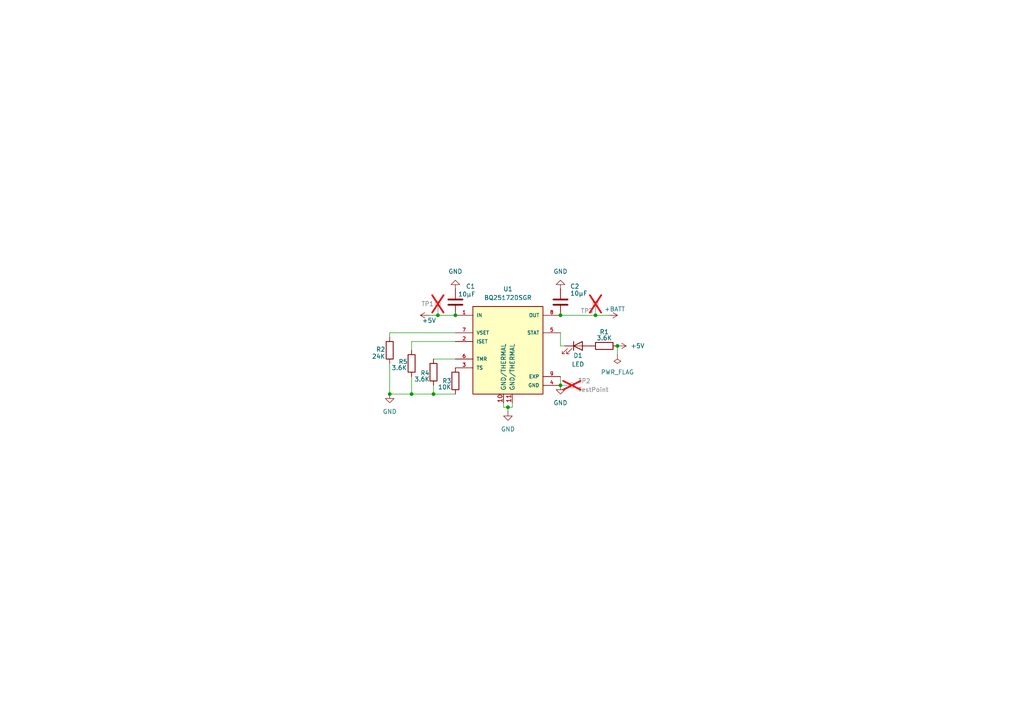
<source format=kicad_sch>
(kicad_sch
	(version 20231120)
	(generator "eeschema")
	(generator_version "8.0")
	(uuid "08c36320-95fa-4031-a13b-eb8c8573a347")
	(paper "A4")
	(lib_symbols
		(symbol "BQ25172DSGR:BQ25172DSGR"
			(pin_names
				(offset 1.016)
			)
			(exclude_from_sim no)
			(in_bom yes)
			(on_board yes)
			(property "Reference" "U1"
				(at 0 17.78 0)
				(effects
					(font
						(size 1.27 1.27)
					)
				)
			)
			(property "Value" "BQ25172DSGR"
				(at 0 15.24 0)
				(effects
					(font
						(size 1.27 1.27)
					)
				)
			)
			(property "Footprint" "BQ25172DSGR:IC_BQ25172DSGR"
				(at 0 0 0)
				(effects
					(font
						(size 1.27 1.27)
					)
					(justify bottom)
					(hide yes)
				)
			)
			(property "Datasheet" ""
				(at 0 0 0)
				(effects
					(font
						(size 1.27 1.27)
					)
					(hide yes)
				)
			)
			(property "Description" ""
				(at 0 0 0)
				(effects
					(font
						(size 1.27 1.27)
					)
					(hide yes)
				)
			)
			(property "PARTREV" "June 2022"
				(at 0 0 0)
				(effects
					(font
						(size 1.27 1.27)
					)
					(justify bottom)
					(hide yes)
				)
			)
			(property "STANDARD" "Manufacturer Recommendations"
				(at 0 0 0)
				(effects
					(font
						(size 1.27 1.27)
					)
					(justify bottom)
					(hide yes)
				)
			)
			(property "MAXIMUM_PACKAGE_HEIGHT" "0.8mm"
				(at 0 0 0)
				(effects
					(font
						(size 1.27 1.27)
					)
					(justify bottom)
					(hide yes)
				)
			)
			(property "MANUFACTURER" "Texas Instruments"
				(at 0 0 0)
				(effects
					(font
						(size 1.27 1.27)
					)
					(justify bottom)
					(hide yes)
				)
			)
			(symbol "BQ25172DSGR_0_0"
				(rectangle
					(start -10.16 -12.7)
					(end 10.16 12.7)
					(stroke
						(width 0.254)
						(type default)
					)
					(fill
						(type background)
					)
				)
				(pin input line
					(at -15.24 10.16 0)
					(length 5.08)
					(name "IN"
						(effects
							(font
								(size 1.016 1.016)
							)
						)
					)
					(number "1"
						(effects
							(font
								(size 1.016 1.016)
							)
						)
					)
				)
				(pin input line
					(at -15.24 2.54 0)
					(length 5.08)
					(name "ISET"
						(effects
							(font
								(size 1.016 1.016)
							)
						)
					)
					(number "2"
						(effects
							(font
								(size 1.016 1.016)
							)
						)
					)
				)
				(pin input line
					(at -15.24 -5.08 0)
					(length 5.08)
					(name "TS"
						(effects
							(font
								(size 1.016 1.016)
							)
						)
					)
					(number "3"
						(effects
							(font
								(size 1.016 1.016)
							)
						)
					)
				)
				(pin power_in line
					(at 15.24 -10.16 180)
					(length 5.08)
					(name "GND"
						(effects
							(font
								(size 1.016 1.016)
							)
						)
					)
					(number "4"
						(effects
							(font
								(size 1.016 1.016)
							)
						)
					)
				)
				(pin output line
					(at 15.24 5.08 180)
					(length 5.08)
					(name "STAT"
						(effects
							(font
								(size 1.016 1.016)
							)
						)
					)
					(number "5"
						(effects
							(font
								(size 1.016 1.016)
							)
						)
					)
				)
				(pin input line
					(at -15.24 -2.54 0)
					(length 5.08)
					(name "TMR"
						(effects
							(font
								(size 1.016 1.016)
							)
						)
					)
					(number "6"
						(effects
							(font
								(size 1.016 1.016)
							)
						)
					)
				)
				(pin input line
					(at -15.24 5.08 0)
					(length 5.08)
					(name "VSET"
						(effects
							(font
								(size 1.016 1.016)
							)
						)
					)
					(number "7"
						(effects
							(font
								(size 1.016 1.016)
							)
						)
					)
				)
				(pin output line
					(at 15.24 10.16 180)
					(length 5.08)
					(name "OUT"
						(effects
							(font
								(size 1.016 1.016)
							)
						)
					)
					(number "8"
						(effects
							(font
								(size 1.016 1.016)
							)
						)
					)
				)
				(pin power_in line
					(at 15.24 -7.62 180)
					(length 5.08)
					(name "EXP"
						(effects
							(font
								(size 1.016 1.016)
							)
						)
					)
					(number "9"
						(effects
							(font
								(size 1.016 1.016)
							)
						)
					)
				)
			)
			(symbol "BQ25172DSGR_1_1"
				(pin unspecified line
					(at -1.27 -15.24 90)
					(length 2.54)
					(name "GND/THERMAL"
						(effects
							(font
								(size 1.27 1.27)
							)
						)
					)
					(number "10"
						(effects
							(font
								(size 1.27 1.27)
							)
						)
					)
				)
				(pin unspecified line
					(at 1.27 -15.24 90)
					(length 2.54)
					(name "GND/THERMAL"
						(effects
							(font
								(size 1.27 1.27)
							)
						)
					)
					(number "11"
						(effects
							(font
								(size 1.27 1.27)
							)
						)
					)
				)
			)
		)
		(symbol "Connector:TestPoint"
			(pin_numbers hide)
			(pin_names
				(offset 0.762) hide)
			(exclude_from_sim no)
			(in_bom yes)
			(on_board yes)
			(property "Reference" "TP"
				(at 0 6.858 0)
				(effects
					(font
						(size 1.27 1.27)
					)
				)
			)
			(property "Value" "TestPoint"
				(at 0 5.08 0)
				(effects
					(font
						(size 1.27 1.27)
					)
				)
			)
			(property "Footprint" ""
				(at 5.08 0 0)
				(effects
					(font
						(size 1.27 1.27)
					)
					(hide yes)
				)
			)
			(property "Datasheet" "~"
				(at 5.08 0 0)
				(effects
					(font
						(size 1.27 1.27)
					)
					(hide yes)
				)
			)
			(property "Description" "test point"
				(at 0 0 0)
				(effects
					(font
						(size 1.27 1.27)
					)
					(hide yes)
				)
			)
			(property "ki_keywords" "test point tp"
				(at 0 0 0)
				(effects
					(font
						(size 1.27 1.27)
					)
					(hide yes)
				)
			)
			(property "ki_fp_filters" "Pin* Test*"
				(at 0 0 0)
				(effects
					(font
						(size 1.27 1.27)
					)
					(hide yes)
				)
			)
			(symbol "TestPoint_0_1"
				(circle
					(center 0 3.302)
					(radius 0.762)
					(stroke
						(width 0)
						(type default)
					)
					(fill
						(type none)
					)
				)
			)
			(symbol "TestPoint_1_1"
				(pin passive line
					(at 0 0 90)
					(length 2.54)
					(name "1"
						(effects
							(font
								(size 1.27 1.27)
							)
						)
					)
					(number "1"
						(effects
							(font
								(size 1.27 1.27)
							)
						)
					)
				)
			)
		)
		(symbol "Device:C"
			(pin_numbers hide)
			(pin_names
				(offset 0.254)
			)
			(exclude_from_sim no)
			(in_bom yes)
			(on_board yes)
			(property "Reference" "C"
				(at 0.635 2.54 0)
				(effects
					(font
						(size 1.27 1.27)
					)
					(justify left)
				)
			)
			(property "Value" "C"
				(at 0.635 -2.54 0)
				(effects
					(font
						(size 1.27 1.27)
					)
					(justify left)
				)
			)
			(property "Footprint" ""
				(at 0.9652 -3.81 0)
				(effects
					(font
						(size 1.27 1.27)
					)
					(hide yes)
				)
			)
			(property "Datasheet" "~"
				(at 0 0 0)
				(effects
					(font
						(size 1.27 1.27)
					)
					(hide yes)
				)
			)
			(property "Description" "Unpolarized capacitor"
				(at 0 0 0)
				(effects
					(font
						(size 1.27 1.27)
					)
					(hide yes)
				)
			)
			(property "ki_keywords" "cap capacitor"
				(at 0 0 0)
				(effects
					(font
						(size 1.27 1.27)
					)
					(hide yes)
				)
			)
			(property "ki_fp_filters" "C_*"
				(at 0 0 0)
				(effects
					(font
						(size 1.27 1.27)
					)
					(hide yes)
				)
			)
			(symbol "C_0_1"
				(polyline
					(pts
						(xy -2.032 -0.762) (xy 2.032 -0.762)
					)
					(stroke
						(width 0.508)
						(type default)
					)
					(fill
						(type none)
					)
				)
				(polyline
					(pts
						(xy -2.032 0.762) (xy 2.032 0.762)
					)
					(stroke
						(width 0.508)
						(type default)
					)
					(fill
						(type none)
					)
				)
			)
			(symbol "C_1_1"
				(pin passive line
					(at 0 3.81 270)
					(length 2.794)
					(name "~"
						(effects
							(font
								(size 1.27 1.27)
							)
						)
					)
					(number "1"
						(effects
							(font
								(size 1.27 1.27)
							)
						)
					)
				)
				(pin passive line
					(at 0 -3.81 90)
					(length 2.794)
					(name "~"
						(effects
							(font
								(size 1.27 1.27)
							)
						)
					)
					(number "2"
						(effects
							(font
								(size 1.27 1.27)
							)
						)
					)
				)
			)
		)
		(symbol "Device:LED"
			(pin_numbers hide)
			(pin_names
				(offset 1.016) hide)
			(exclude_from_sim no)
			(in_bom yes)
			(on_board yes)
			(property "Reference" "D"
				(at 0 2.54 0)
				(effects
					(font
						(size 1.27 1.27)
					)
				)
			)
			(property "Value" "LED"
				(at 0 -2.54 0)
				(effects
					(font
						(size 1.27 1.27)
					)
				)
			)
			(property "Footprint" ""
				(at 0 0 0)
				(effects
					(font
						(size 1.27 1.27)
					)
					(hide yes)
				)
			)
			(property "Datasheet" "~"
				(at 0 0 0)
				(effects
					(font
						(size 1.27 1.27)
					)
					(hide yes)
				)
			)
			(property "Description" "Light emitting diode"
				(at 0 0 0)
				(effects
					(font
						(size 1.27 1.27)
					)
					(hide yes)
				)
			)
			(property "ki_keywords" "LED diode"
				(at 0 0 0)
				(effects
					(font
						(size 1.27 1.27)
					)
					(hide yes)
				)
			)
			(property "ki_fp_filters" "LED* LED_SMD:* LED_THT:*"
				(at 0 0 0)
				(effects
					(font
						(size 1.27 1.27)
					)
					(hide yes)
				)
			)
			(symbol "LED_0_1"
				(polyline
					(pts
						(xy -1.27 -1.27) (xy -1.27 1.27)
					)
					(stroke
						(width 0.254)
						(type default)
					)
					(fill
						(type none)
					)
				)
				(polyline
					(pts
						(xy -1.27 0) (xy 1.27 0)
					)
					(stroke
						(width 0)
						(type default)
					)
					(fill
						(type none)
					)
				)
				(polyline
					(pts
						(xy 1.27 -1.27) (xy 1.27 1.27) (xy -1.27 0) (xy 1.27 -1.27)
					)
					(stroke
						(width 0.254)
						(type default)
					)
					(fill
						(type none)
					)
				)
				(polyline
					(pts
						(xy -3.048 -0.762) (xy -4.572 -2.286) (xy -3.81 -2.286) (xy -4.572 -2.286) (xy -4.572 -1.524)
					)
					(stroke
						(width 0)
						(type default)
					)
					(fill
						(type none)
					)
				)
				(polyline
					(pts
						(xy -1.778 -0.762) (xy -3.302 -2.286) (xy -2.54 -2.286) (xy -3.302 -2.286) (xy -3.302 -1.524)
					)
					(stroke
						(width 0)
						(type default)
					)
					(fill
						(type none)
					)
				)
			)
			(symbol "LED_1_1"
				(pin passive line
					(at -3.81 0 0)
					(length 2.54)
					(name "K"
						(effects
							(font
								(size 1.27 1.27)
							)
						)
					)
					(number "1"
						(effects
							(font
								(size 1.27 1.27)
							)
						)
					)
				)
				(pin passive line
					(at 3.81 0 180)
					(length 2.54)
					(name "A"
						(effects
							(font
								(size 1.27 1.27)
							)
						)
					)
					(number "2"
						(effects
							(font
								(size 1.27 1.27)
							)
						)
					)
				)
			)
		)
		(symbol "Device:R"
			(pin_numbers hide)
			(pin_names
				(offset 0)
			)
			(exclude_from_sim no)
			(in_bom yes)
			(on_board yes)
			(property "Reference" "R"
				(at 2.032 0 90)
				(effects
					(font
						(size 1.27 1.27)
					)
				)
			)
			(property "Value" "R"
				(at 0 0 90)
				(effects
					(font
						(size 1.27 1.27)
					)
				)
			)
			(property "Footprint" ""
				(at -1.778 0 90)
				(effects
					(font
						(size 1.27 1.27)
					)
					(hide yes)
				)
			)
			(property "Datasheet" "~"
				(at 0 0 0)
				(effects
					(font
						(size 1.27 1.27)
					)
					(hide yes)
				)
			)
			(property "Description" "Resistor"
				(at 0 0 0)
				(effects
					(font
						(size 1.27 1.27)
					)
					(hide yes)
				)
			)
			(property "ki_keywords" "R res resistor"
				(at 0 0 0)
				(effects
					(font
						(size 1.27 1.27)
					)
					(hide yes)
				)
			)
			(property "ki_fp_filters" "R_*"
				(at 0 0 0)
				(effects
					(font
						(size 1.27 1.27)
					)
					(hide yes)
				)
			)
			(symbol "R_0_1"
				(rectangle
					(start -1.016 -2.54)
					(end 1.016 2.54)
					(stroke
						(width 0.254)
						(type default)
					)
					(fill
						(type none)
					)
				)
			)
			(symbol "R_1_1"
				(pin passive line
					(at 0 3.81 270)
					(length 1.27)
					(name "~"
						(effects
							(font
								(size 1.27 1.27)
							)
						)
					)
					(number "1"
						(effects
							(font
								(size 1.27 1.27)
							)
						)
					)
				)
				(pin passive line
					(at 0 -3.81 90)
					(length 1.27)
					(name "~"
						(effects
							(font
								(size 1.27 1.27)
							)
						)
					)
					(number "2"
						(effects
							(font
								(size 1.27 1.27)
							)
						)
					)
				)
			)
		)
		(symbol "power:+5V"
			(power)
			(pin_numbers hide)
			(pin_names
				(offset 0) hide)
			(exclude_from_sim no)
			(in_bom yes)
			(on_board yes)
			(property "Reference" "#PWR"
				(at 0 -3.81 0)
				(effects
					(font
						(size 1.27 1.27)
					)
					(hide yes)
				)
			)
			(property "Value" "+5V"
				(at 0 3.556 0)
				(effects
					(font
						(size 1.27 1.27)
					)
				)
			)
			(property "Footprint" ""
				(at 0 0 0)
				(effects
					(font
						(size 1.27 1.27)
					)
					(hide yes)
				)
			)
			(property "Datasheet" ""
				(at 0 0 0)
				(effects
					(font
						(size 1.27 1.27)
					)
					(hide yes)
				)
			)
			(property "Description" "Power symbol creates a global label with name \"+5V\""
				(at 0 0 0)
				(effects
					(font
						(size 1.27 1.27)
					)
					(hide yes)
				)
			)
			(property "ki_keywords" "global power"
				(at 0 0 0)
				(effects
					(font
						(size 1.27 1.27)
					)
					(hide yes)
				)
			)
			(symbol "+5V_0_1"
				(polyline
					(pts
						(xy -0.762 1.27) (xy 0 2.54)
					)
					(stroke
						(width 0)
						(type default)
					)
					(fill
						(type none)
					)
				)
				(polyline
					(pts
						(xy 0 0) (xy 0 2.54)
					)
					(stroke
						(width 0)
						(type default)
					)
					(fill
						(type none)
					)
				)
				(polyline
					(pts
						(xy 0 2.54) (xy 0.762 1.27)
					)
					(stroke
						(width 0)
						(type default)
					)
					(fill
						(type none)
					)
				)
			)
			(symbol "+5V_1_1"
				(pin power_in line
					(at 0 0 90)
					(length 0)
					(name "~"
						(effects
							(font
								(size 1.27 1.27)
							)
						)
					)
					(number "1"
						(effects
							(font
								(size 1.27 1.27)
							)
						)
					)
				)
			)
		)
		(symbol "power:+BATT"
			(power)
			(pin_numbers hide)
			(pin_names
				(offset 0) hide)
			(exclude_from_sim no)
			(in_bom yes)
			(on_board yes)
			(property "Reference" "#PWR"
				(at 0 -3.81 0)
				(effects
					(font
						(size 1.27 1.27)
					)
					(hide yes)
				)
			)
			(property "Value" "+BATT"
				(at 0 3.556 0)
				(effects
					(font
						(size 1.27 1.27)
					)
				)
			)
			(property "Footprint" ""
				(at 0 0 0)
				(effects
					(font
						(size 1.27 1.27)
					)
					(hide yes)
				)
			)
			(property "Datasheet" ""
				(at 0 0 0)
				(effects
					(font
						(size 1.27 1.27)
					)
					(hide yes)
				)
			)
			(property "Description" "Power symbol creates a global label with name \"+BATT\""
				(at 0 0 0)
				(effects
					(font
						(size 1.27 1.27)
					)
					(hide yes)
				)
			)
			(property "ki_keywords" "global power battery"
				(at 0 0 0)
				(effects
					(font
						(size 1.27 1.27)
					)
					(hide yes)
				)
			)
			(symbol "+BATT_0_1"
				(polyline
					(pts
						(xy -0.762 1.27) (xy 0 2.54)
					)
					(stroke
						(width 0)
						(type default)
					)
					(fill
						(type none)
					)
				)
				(polyline
					(pts
						(xy 0 0) (xy 0 2.54)
					)
					(stroke
						(width 0)
						(type default)
					)
					(fill
						(type none)
					)
				)
				(polyline
					(pts
						(xy 0 2.54) (xy 0.762 1.27)
					)
					(stroke
						(width 0)
						(type default)
					)
					(fill
						(type none)
					)
				)
			)
			(symbol "+BATT_1_1"
				(pin power_in line
					(at 0 0 90)
					(length 0)
					(name "~"
						(effects
							(font
								(size 1.27 1.27)
							)
						)
					)
					(number "1"
						(effects
							(font
								(size 1.27 1.27)
							)
						)
					)
				)
			)
		)
		(symbol "power:GND"
			(power)
			(pin_numbers hide)
			(pin_names
				(offset 0) hide)
			(exclude_from_sim no)
			(in_bom yes)
			(on_board yes)
			(property "Reference" "#PWR"
				(at 0 -6.35 0)
				(effects
					(font
						(size 1.27 1.27)
					)
					(hide yes)
				)
			)
			(property "Value" "GND"
				(at 0 -3.81 0)
				(effects
					(font
						(size 1.27 1.27)
					)
				)
			)
			(property "Footprint" ""
				(at 0 0 0)
				(effects
					(font
						(size 1.27 1.27)
					)
					(hide yes)
				)
			)
			(property "Datasheet" ""
				(at 0 0 0)
				(effects
					(font
						(size 1.27 1.27)
					)
					(hide yes)
				)
			)
			(property "Description" "Power symbol creates a global label with name \"GND\" , ground"
				(at 0 0 0)
				(effects
					(font
						(size 1.27 1.27)
					)
					(hide yes)
				)
			)
			(property "ki_keywords" "global power"
				(at 0 0 0)
				(effects
					(font
						(size 1.27 1.27)
					)
					(hide yes)
				)
			)
			(symbol "GND_0_1"
				(polyline
					(pts
						(xy 0 0) (xy 0 -1.27) (xy 1.27 -1.27) (xy 0 -2.54) (xy -1.27 -1.27) (xy 0 -1.27)
					)
					(stroke
						(width 0)
						(type default)
					)
					(fill
						(type none)
					)
				)
			)
			(symbol "GND_1_1"
				(pin power_in line
					(at 0 0 270)
					(length 0)
					(name "~"
						(effects
							(font
								(size 1.27 1.27)
							)
						)
					)
					(number "1"
						(effects
							(font
								(size 1.27 1.27)
							)
						)
					)
				)
			)
		)
		(symbol "power:PWR_FLAG"
			(power)
			(pin_numbers hide)
			(pin_names
				(offset 0) hide)
			(exclude_from_sim no)
			(in_bom yes)
			(on_board yes)
			(property "Reference" "#FLG"
				(at 0 1.905 0)
				(effects
					(font
						(size 1.27 1.27)
					)
					(hide yes)
				)
			)
			(property "Value" "PWR_FLAG"
				(at 0 3.81 0)
				(effects
					(font
						(size 1.27 1.27)
					)
				)
			)
			(property "Footprint" ""
				(at 0 0 0)
				(effects
					(font
						(size 1.27 1.27)
					)
					(hide yes)
				)
			)
			(property "Datasheet" "~"
				(at 0 0 0)
				(effects
					(font
						(size 1.27 1.27)
					)
					(hide yes)
				)
			)
			(property "Description" "Special symbol for telling ERC where power comes from"
				(at 0 0 0)
				(effects
					(font
						(size 1.27 1.27)
					)
					(hide yes)
				)
			)
			(property "ki_keywords" "flag power"
				(at 0 0 0)
				(effects
					(font
						(size 1.27 1.27)
					)
					(hide yes)
				)
			)
			(symbol "PWR_FLAG_0_0"
				(pin power_out line
					(at 0 0 90)
					(length 0)
					(name "~"
						(effects
							(font
								(size 1.27 1.27)
							)
						)
					)
					(number "1"
						(effects
							(font
								(size 1.27 1.27)
							)
						)
					)
				)
			)
			(symbol "PWR_FLAG_0_1"
				(polyline
					(pts
						(xy 0 0) (xy 0 1.27) (xy -1.016 1.905) (xy 0 2.54) (xy 1.016 1.905) (xy 0 1.27)
					)
					(stroke
						(width 0)
						(type default)
					)
					(fill
						(type none)
					)
				)
			)
		)
	)
	(junction
		(at 179.07 100.33)
		(diameter 0)
		(color 0 0 0 0)
		(uuid "440097f9-b2d4-4abc-a01b-c6dd7e9a4162")
	)
	(junction
		(at 125.73 114.3)
		(diameter 0)
		(color 0 0 0 0)
		(uuid "75fe9a18-bb73-4a55-bde9-c6fb4894a76a")
	)
	(junction
		(at 162.56 91.44)
		(diameter 0)
		(color 0 0 0 0)
		(uuid "76178a80-f970-4fa3-b0c0-1a13e407c04f")
	)
	(junction
		(at 147.32 118.11)
		(diameter 0)
		(color 0 0 0 0)
		(uuid "81d1d7a3-27d3-4df4-9942-44698d98aee9")
	)
	(junction
		(at 113.03 114.3)
		(diameter 0)
		(color 0 0 0 0)
		(uuid "83cbae6d-728e-43df-a6eb-15a9062fdaa9")
	)
	(junction
		(at 119.38 114.3)
		(diameter 0)
		(color 0 0 0 0)
		(uuid "8978d081-b04f-47e0-8692-53775b4cfe02")
	)
	(junction
		(at 132.08 91.44)
		(diameter 0)
		(color 0 0 0 0)
		(uuid "8a2721c5-1547-4a8c-b238-e388937297a7")
	)
	(junction
		(at 172.72 91.44)
		(diameter 0)
		(color 0 0 0 0)
		(uuid "9bb5cab9-81dc-4c10-af61-c43595f0cec3")
	)
	(junction
		(at 127 91.44)
		(diameter 0)
		(color 0 0 0 0)
		(uuid "aeeb7e57-9ad4-48d6-b215-ae61b36c25df")
	)
	(junction
		(at 162.56 111.76)
		(diameter 0)
		(color 0 0 0 0)
		(uuid "bf1c0426-f39c-47ef-9813-1e063dbf8542")
	)
	(wire
		(pts
			(xy 113.03 97.79) (xy 113.03 96.52)
		)
		(stroke
			(width 0)
			(type default)
		)
		(uuid "0dae258a-3b9d-4f76-96a7-b45133dc41f7")
	)
	(wire
		(pts
			(xy 125.73 104.14) (xy 132.08 104.14)
		)
		(stroke
			(width 0)
			(type default)
		)
		(uuid "1a5d5b0f-2f25-48a0-a53d-d910adbfc01b")
	)
	(wire
		(pts
			(xy 113.03 96.52) (xy 132.08 96.52)
		)
		(stroke
			(width 0)
			(type default)
		)
		(uuid "1ef1cecd-8a82-49d9-9a44-7e563a3a9f99")
	)
	(wire
		(pts
			(xy 119.38 99.06) (xy 132.08 99.06)
		)
		(stroke
			(width 0)
			(type default)
		)
		(uuid "2506f4d4-6018-49a0-99a1-b53a44a75c44")
	)
	(wire
		(pts
			(xy 119.38 109.22) (xy 119.38 114.3)
		)
		(stroke
			(width 0)
			(type default)
		)
		(uuid "25b98177-447b-4851-8a76-ef60a28ec179")
	)
	(wire
		(pts
			(xy 162.56 109.22) (xy 162.56 111.76)
		)
		(stroke
			(width 0)
			(type default)
		)
		(uuid "38efe603-7d90-421a-b1c0-46d68a4c0c30")
	)
	(wire
		(pts
			(xy 148.59 116.84) (xy 148.59 118.11)
		)
		(stroke
			(width 0)
			(type default)
		)
		(uuid "488e98f2-da53-41ee-92a8-09202ba72000")
	)
	(wire
		(pts
			(xy 125.73 114.3) (xy 132.08 114.3)
		)
		(stroke
			(width 0)
			(type default)
		)
		(uuid "4e21a7c3-89cd-4284-91d0-55be3f1da24a")
	)
	(wire
		(pts
			(xy 146.05 118.11) (xy 147.32 118.11)
		)
		(stroke
			(width 0)
			(type default)
		)
		(uuid "503591b7-7343-4eb3-abba-5815f740c5ee")
	)
	(wire
		(pts
			(xy 179.07 102.87) (xy 179.07 100.33)
		)
		(stroke
			(width 0)
			(type default)
		)
		(uuid "5b99a20d-485a-4944-9d4a-47cf7ba9651f")
	)
	(wire
		(pts
			(xy 125.73 111.76) (xy 125.73 114.3)
		)
		(stroke
			(width 0)
			(type default)
		)
		(uuid "689fa5da-5ea4-4968-a577-7dad8e23bb8d")
	)
	(wire
		(pts
			(xy 162.56 91.44) (xy 172.72 91.44)
		)
		(stroke
			(width 0)
			(type default)
		)
		(uuid "7ad08329-efcf-472c-a004-fdf75eee4bb8")
	)
	(wire
		(pts
			(xy 146.05 116.84) (xy 146.05 118.11)
		)
		(stroke
			(width 0)
			(type default)
		)
		(uuid "7f4041b8-0c06-4bd9-b988-0087b3df2012")
	)
	(wire
		(pts
			(xy 172.72 91.44) (xy 176.53 91.44)
		)
		(stroke
			(width 0)
			(type default)
		)
		(uuid "85993729-9d99-44c5-b4ad-093321f004d2")
	)
	(wire
		(pts
			(xy 113.03 114.3) (xy 119.38 114.3)
		)
		(stroke
			(width 0)
			(type default)
		)
		(uuid "93bae520-d5df-4869-acc3-c33de2eb3cc2")
	)
	(wire
		(pts
			(xy 124.46 91.44) (xy 127 91.44)
		)
		(stroke
			(width 0)
			(type default)
		)
		(uuid "bc08ff19-ead7-4e04-af2c-59f4324f75df")
	)
	(wire
		(pts
			(xy 119.38 101.6) (xy 119.38 99.06)
		)
		(stroke
			(width 0)
			(type default)
		)
		(uuid "c9d1f444-1662-4108-a120-e7aef23e2982")
	)
	(wire
		(pts
			(xy 113.03 105.41) (xy 113.03 114.3)
		)
		(stroke
			(width 0)
			(type default)
		)
		(uuid "cf89f942-0446-429b-80c3-1239d80c56ac")
	)
	(wire
		(pts
			(xy 163.83 100.33) (xy 162.56 100.33)
		)
		(stroke
			(width 0)
			(type default)
		)
		(uuid "d526b2b5-c2f8-40cc-877b-97d893f5000d")
	)
	(wire
		(pts
			(xy 162.56 100.33) (xy 162.56 96.52)
		)
		(stroke
			(width 0)
			(type default)
		)
		(uuid "de4d3ff8-a732-49ef-9608-6cbda221eada")
	)
	(wire
		(pts
			(xy 147.32 118.11) (xy 147.32 119.38)
		)
		(stroke
			(width 0)
			(type default)
		)
		(uuid "e2efcdeb-a772-4d65-9175-206c20c6aff0")
	)
	(wire
		(pts
			(xy 127 91.44) (xy 132.08 91.44)
		)
		(stroke
			(width 0)
			(type default)
		)
		(uuid "e4102e1c-1ce3-41c7-9bd6-699189b6492a")
	)
	(wire
		(pts
			(xy 148.59 118.11) (xy 147.32 118.11)
		)
		(stroke
			(width 0)
			(type default)
		)
		(uuid "e6611f8c-575a-4625-8028-8568a39351b2")
	)
	(wire
		(pts
			(xy 119.38 114.3) (xy 125.73 114.3)
		)
		(stroke
			(width 0)
			(type default)
		)
		(uuid "f8e01e75-b4ab-448d-b808-36bdd93a5b57")
	)
	(symbol
		(lib_id "Connector:TestPoint")
		(at 127 91.44 0)
		(unit 1)
		(exclude_from_sim no)
		(in_bom yes)
		(on_board yes)
		(dnp yes)
		(uuid "0ec11cd7-89d7-4f43-a7be-e775639b0ed2")
		(property "Reference" "TP1"
			(at 122.174 88.138 0)
			(effects
				(font
					(size 1.27 1.27)
				)
				(justify left)
			)
		)
		(property "Value" "TestPoint"
			(at 129.54 89.4079 0)
			(effects
				(font
					(size 1.27 1.27)
				)
				(justify left)
				(hide yes)
			)
		)
		(property "Footprint" "TP-Library:Custom_TestPoint_Pad_2.5x5.0mm"
			(at 132.08 91.44 0)
			(effects
				(font
					(size 1.27 1.27)
				)
				(hide yes)
			)
		)
		(property "Datasheet" "~"
			(at 132.08 91.44 0)
			(effects
				(font
					(size 1.27 1.27)
				)
				(hide yes)
			)
		)
		(property "Description" "Exposed solder pads - not a part."
			(at 127 91.44 0)
			(effects
				(font
					(size 1.27 1.27)
				)
				(hide yes)
			)
		)
		(pin "1"
			(uuid "c70bd99a-d26f-4127-aabc-956139eabc76")
		)
		(instances
			(project ""
				(path "/08c36320-95fa-4031-a13b-eb8c8573a347"
					(reference "TP1")
					(unit 1)
				)
			)
		)
	)
	(symbol
		(lib_id "power:PWR_FLAG")
		(at 179.07 102.87 180)
		(unit 1)
		(exclude_from_sim no)
		(in_bom yes)
		(on_board yes)
		(dnp no)
		(fields_autoplaced yes)
		(uuid "37ed4ffd-c16d-485a-84ab-afe4f7f88167")
		(property "Reference" "#FLG01"
			(at 179.07 104.775 0)
			(effects
				(font
					(size 1.27 1.27)
				)
				(hide yes)
			)
		)
		(property "Value" "PWR_FLAG"
			(at 179.07 107.95 0)
			(effects
				(font
					(size 1.27 1.27)
				)
			)
		)
		(property "Footprint" ""
			(at 179.07 102.87 0)
			(effects
				(font
					(size 1.27 1.27)
				)
				(hide yes)
			)
		)
		(property "Datasheet" "~"
			(at 179.07 102.87 0)
			(effects
				(font
					(size 1.27 1.27)
				)
				(hide yes)
			)
		)
		(property "Description" "Special symbol for telling ERC where power comes from"
			(at 179.07 102.87 0)
			(effects
				(font
					(size 1.27 1.27)
				)
				(hide yes)
			)
		)
		(pin "1"
			(uuid "1b36cfd7-2f48-4850-9da2-3ccc7528622b")
		)
		(instances
			(project ""
				(path "/08c36320-95fa-4031-a13b-eb8c8573a347"
					(reference "#FLG01")
					(unit 1)
				)
			)
		)
	)
	(symbol
		(lib_id "Device:R")
		(at 125.73 107.95 180)
		(unit 1)
		(exclude_from_sim no)
		(in_bom yes)
		(on_board yes)
		(dnp no)
		(uuid "391233d0-a841-44bc-a120-842cd60389f6")
		(property "Reference" "R4"
			(at 121.92 108.204 0)
			(effects
				(font
					(size 1.27 1.27)
				)
				(justify right)
			)
		)
		(property "Value" "3.6K"
			(at 120.142 109.982 0)
			(effects
				(font
					(size 1.27 1.27)
				)
				(justify right)
			)
		)
		(property "Footprint" "Resistor_SMD:R_0402_1005Metric_Pad0.72x0.64mm_HandSolder"
			(at 127.508 107.95 90)
			(effects
				(font
					(size 1.27 1.27)
				)
				(hide yes)
			)
		)
		(property "Datasheet" "~"
			(at 125.73 107.95 0)
			(effects
				(font
					(size 1.27 1.27)
				)
				(hide yes)
			)
		)
		(property "Description" "Resistor"
			(at 125.73 107.95 0)
			(effects
				(font
					(size 1.27 1.27)
				)
				(hide yes)
			)
		)
		(property "LCSC" "C413090"
			(at 121.92 108.204 0)
			(effects
				(font
					(size 1.27 1.27)
				)
				(hide yes)
			)
		)
		(pin "2"
			(uuid "50b738d7-993f-4fbd-8995-32b400559ee4")
		)
		(pin "1"
			(uuid "0781b6db-9b89-4457-b8ed-de5bb34ea072")
		)
		(instances
			(project "Ni-MH-Chromatic"
				(path "/08c36320-95fa-4031-a13b-eb8c8573a347"
					(reference "R4")
					(unit 1)
				)
			)
		)
	)
	(symbol
		(lib_id "Device:R")
		(at 132.08 110.49 180)
		(unit 1)
		(exclude_from_sim no)
		(in_bom yes)
		(on_board yes)
		(dnp no)
		(uuid "3fa9f2d1-f948-4a37-8d63-3a3b88e9d244")
		(property "Reference" "R3"
			(at 128.27 110.49 0)
			(effects
				(font
					(size 1.27 1.27)
				)
				(justify right)
			)
		)
		(property "Value" "10K"
			(at 127 112.268 0)
			(effects
				(font
					(size 1.27 1.27)
				)
				(justify right)
			)
		)
		(property "Footprint" "Resistor_SMD:R_0402_1005Metric_Pad0.72x0.64mm_HandSolder"
			(at 133.858 110.49 90)
			(effects
				(font
					(size 1.27 1.27)
				)
				(hide yes)
			)
		)
		(property "Datasheet" "~"
			(at 132.08 110.49 0)
			(effects
				(font
					(size 1.27 1.27)
				)
				(hide yes)
			)
		)
		(property "Description" "Resistor"
			(at 132.08 110.49 0)
			(effects
				(font
					(size 1.27 1.27)
				)
				(hide yes)
			)
		)
		(property "LCSC" "C191123"
			(at 128.27 110.49 0)
			(effects
				(font
					(size 1.27 1.27)
				)
				(hide yes)
			)
		)
		(pin "2"
			(uuid "76373d11-4dfd-449e-9711-503007d0f288")
		)
		(pin "1"
			(uuid "0df820e9-1790-4da0-af6b-ea27ae750546")
		)
		(instances
			(project "Ni-MH-Chromatic"
				(path "/08c36320-95fa-4031-a13b-eb8c8573a347"
					(reference "R3")
					(unit 1)
				)
			)
		)
	)
	(symbol
		(lib_id "power:+5V")
		(at 179.07 100.33 270)
		(unit 1)
		(exclude_from_sim no)
		(in_bom yes)
		(on_board yes)
		(dnp no)
		(fields_autoplaced yes)
		(uuid "42606ee5-740c-4f77-856c-a14ddc89993f")
		(property "Reference" "#PWR05"
			(at 175.26 100.33 0)
			(effects
				(font
					(size 1.27 1.27)
				)
				(hide yes)
			)
		)
		(property "Value" "+5V"
			(at 182.88 100.3299 90)
			(effects
				(font
					(size 1.27 1.27)
				)
				(justify left)
			)
		)
		(property "Footprint" ""
			(at 179.07 100.33 0)
			(effects
				(font
					(size 1.27 1.27)
				)
				(hide yes)
			)
		)
		(property "Datasheet" ""
			(at 179.07 100.33 0)
			(effects
				(font
					(size 1.27 1.27)
				)
				(hide yes)
			)
		)
		(property "Description" "Power symbol creates a global label with name \"+5V\""
			(at 179.07 100.33 0)
			(effects
				(font
					(size 1.27 1.27)
				)
				(hide yes)
			)
		)
		(pin "1"
			(uuid "20550628-cec4-4218-896a-49dfc9f2f67b")
		)
		(instances
			(project ""
				(path "/08c36320-95fa-4031-a13b-eb8c8573a347"
					(reference "#PWR05")
					(unit 1)
				)
			)
		)
	)
	(symbol
		(lib_id "Device:LED")
		(at 167.64 100.33 0)
		(unit 1)
		(exclude_from_sim no)
		(in_bom yes)
		(on_board yes)
		(dnp no)
		(uuid "51b06b79-f84b-4d89-860f-07ac338308c4")
		(property "Reference" "D1"
			(at 167.64 103.124 0)
			(effects
				(font
					(size 1.27 1.27)
				)
			)
		)
		(property "Value" "LED"
			(at 167.64 105.664 0)
			(effects
				(font
					(size 1.27 1.27)
				)
			)
		)
		(property "Footprint" "LED_SMD:LED_0402_1005Metric_Pad0.77x0.64mm_HandSolder"
			(at 167.64 100.33 0)
			(effects
				(font
					(size 1.27 1.27)
				)
				(hide yes)
			)
		)
		(property "Datasheet" "~"
			(at 167.64 100.33 0)
			(effects
				(font
					(size 1.27 1.27)
				)
				(hide yes)
			)
		)
		(property "Description" "Light emitting diode - 5mA max draw"
			(at 167.64 100.33 0)
			(effects
				(font
					(size 1.27 1.27)
				)
				(hide yes)
			)
		)
		(property "LCSC" "C5160714"
			(at 167.64 103.124 0)
			(effects
				(font
					(size 1.27 1.27)
				)
				(hide yes)
			)
		)
		(pin "1"
			(uuid "86b0ae81-f3e1-41f0-be54-7deced9defc7")
		)
		(pin "2"
			(uuid "b1f74ac9-9818-46e3-b279-8b9d7a0fbf0a")
		)
		(instances
			(project ""
				(path "/08c36320-95fa-4031-a13b-eb8c8573a347"
					(reference "D1")
					(unit 1)
				)
			)
		)
	)
	(symbol
		(lib_id "Device:C")
		(at 132.08 87.63 180)
		(unit 1)
		(exclude_from_sim no)
		(in_bom yes)
		(on_board yes)
		(dnp no)
		(uuid "5bf713fa-ef17-4726-b8aa-b5dcd8c9ab55")
		(property "Reference" "C1"
			(at 135.128 83.058 0)
			(effects
				(font
					(size 1.27 1.27)
				)
				(justify right)
			)
		)
		(property "Value" "10µF"
			(at 132.842 85.344 0)
			(effects
				(font
					(size 1.27 1.27)
				)
				(justify right)
			)
		)
		(property "Footprint" "Capacitor_SMD:C_0402_1005Metric_Pad0.74x0.62mm_HandSolder"
			(at 131.1148 83.82 0)
			(effects
				(font
					(size 1.27 1.27)
				)
				(hide yes)
			)
		)
		(property "Datasheet" "~"
			(at 132.08 87.63 0)
			(effects
				(font
					(size 1.27 1.27)
				)
				(hide yes)
			)
		)
		(property "Description" "Unpolarized capacitor - 1 - 10 uF"
			(at 132.08 87.63 0)
			(effects
				(font
					(size 1.27 1.27)
				)
				(hide yes)
			)
		)
		(property "LCSC" "C77000"
			(at 135.128 83.058 0)
			(effects
				(font
					(size 1.27 1.27)
				)
				(hide yes)
			)
		)
		(pin "1"
			(uuid "5f7c5159-7488-46c3-be25-80cc5b9b4de9")
		)
		(pin "2"
			(uuid "52b435e9-c01d-422c-9067-ed9fd2dd7503")
		)
		(instances
			(project ""
				(path "/08c36320-95fa-4031-a13b-eb8c8573a347"
					(reference "C1")
					(unit 1)
				)
			)
		)
	)
	(symbol
		(lib_id "Device:C")
		(at 162.56 87.63 180)
		(unit 1)
		(exclude_from_sim no)
		(in_bom yes)
		(on_board yes)
		(dnp no)
		(uuid "660a4ed3-3156-448c-92b2-2e7fb44d09cc")
		(property "Reference" "C2"
			(at 165.354 83.058 0)
			(effects
				(font
					(size 1.27 1.27)
				)
				(justify right)
			)
		)
		(property "Value" "10µF"
			(at 165.354 85.09 0)
			(effects
				(font
					(size 1.27 1.27)
				)
				(justify right)
			)
		)
		(property "Footprint" "Capacitor_SMD:C_0402_1005Metric_Pad0.74x0.62mm_HandSolder"
			(at 161.5948 83.82 0)
			(effects
				(font
					(size 1.27 1.27)
				)
				(hide yes)
			)
		)
		(property "Datasheet" "~"
			(at 162.56 87.63 0)
			(effects
				(font
					(size 1.27 1.27)
				)
				(hide yes)
			)
		)
		(property "Description" "Unpolarized capacitor - 1 - 10 uF"
			(at 162.56 87.63 0)
			(effects
				(font
					(size 1.27 1.27)
				)
				(hide yes)
			)
		)
		(property "LCSC" "C77000"
			(at 165.354 83.058 0)
			(effects
				(font
					(size 1.27 1.27)
				)
				(hide yes)
			)
		)
		(pin "1"
			(uuid "9e932664-5522-4b7c-8ab8-8628f03bae0e")
		)
		(pin "2"
			(uuid "564ba48e-76e0-4178-9230-481954b2df41")
		)
		(instances
			(project "Ni-MH-Chromatic"
				(path "/08c36320-95fa-4031-a13b-eb8c8573a347"
					(reference "C2")
					(unit 1)
				)
			)
		)
	)
	(symbol
		(lib_id "power:+5V")
		(at 124.46 91.44 90)
		(unit 1)
		(exclude_from_sim no)
		(in_bom yes)
		(on_board yes)
		(dnp no)
		(uuid "7098d110-f085-4b04-ae24-4d5c4e41c7cb")
		(property "Reference" "#PWR01"
			(at 128.27 91.44 0)
			(effects
				(font
					(size 1.27 1.27)
				)
				(hide yes)
			)
		)
		(property "Value" "+5V"
			(at 126.492 92.964 90)
			(effects
				(font
					(size 1.27 1.27)
				)
				(justify left)
			)
		)
		(property "Footprint" ""
			(at 124.46 91.44 0)
			(effects
				(font
					(size 1.27 1.27)
				)
				(hide yes)
			)
		)
		(property "Datasheet" ""
			(at 124.46 91.44 0)
			(effects
				(font
					(size 1.27 1.27)
				)
				(hide yes)
			)
		)
		(property "Description" "Power symbol creates a global label with name \"+5V\""
			(at 124.46 91.44 0)
			(effects
				(font
					(size 1.27 1.27)
				)
				(hide yes)
			)
		)
		(pin "1"
			(uuid "d21f4a18-3a9c-4a85-a56e-232dffd67894")
		)
		(instances
			(project ""
				(path "/08c36320-95fa-4031-a13b-eb8c8573a347"
					(reference "#PWR01")
					(unit 1)
				)
			)
		)
	)
	(symbol
		(lib_id "power:GND")
		(at 147.32 119.38 0)
		(unit 1)
		(exclude_from_sim no)
		(in_bom yes)
		(on_board yes)
		(dnp no)
		(fields_autoplaced yes)
		(uuid "72a65738-6be1-4f27-b99a-287038e2baa0")
		(property "Reference" "#PWR07"
			(at 147.32 125.73 0)
			(effects
				(font
					(size 1.27 1.27)
				)
				(hide yes)
			)
		)
		(property "Value" "GND"
			(at 147.32 124.46 0)
			(effects
				(font
					(size 1.27 1.27)
				)
			)
		)
		(property "Footprint" ""
			(at 147.32 119.38 0)
			(effects
				(font
					(size 1.27 1.27)
				)
				(hide yes)
			)
		)
		(property "Datasheet" ""
			(at 147.32 119.38 0)
			(effects
				(font
					(size 1.27 1.27)
				)
				(hide yes)
			)
		)
		(property "Description" "Power symbol creates a global label with name \"GND\" , ground"
			(at 147.32 119.38 0)
			(effects
				(font
					(size 1.27 1.27)
				)
				(hide yes)
			)
		)
		(pin "1"
			(uuid "1abcda8f-fd21-4696-ab80-58f2a1a6982b")
		)
		(instances
			(project "Ni-MH-Chromatic"
				(path "/08c36320-95fa-4031-a13b-eb8c8573a347"
					(reference "#PWR07")
					(unit 1)
				)
			)
		)
	)
	(symbol
		(lib_id "Device:R")
		(at 119.38 105.41 180)
		(unit 1)
		(exclude_from_sim no)
		(in_bom yes)
		(on_board yes)
		(dnp no)
		(uuid "8d2fc31f-6f9b-4687-9221-533b1a2ee37e")
		(property "Reference" "R5"
			(at 115.57 104.902 0)
			(effects
				(font
					(size 1.27 1.27)
				)
				(justify right)
			)
		)
		(property "Value" "3.6K"
			(at 113.538 106.68 0)
			(effects
				(font
					(size 1.27 1.27)
				)
				(justify right)
			)
		)
		(property "Footprint" "Resistor_SMD:R_0402_1005Metric_Pad0.72x0.64mm_HandSolder"
			(at 121.158 105.41 90)
			(effects
				(font
					(size 1.27 1.27)
				)
				(hide yes)
			)
		)
		(property "Datasheet" "~"
			(at 119.38 105.41 0)
			(effects
				(font
					(size 1.27 1.27)
				)
				(hide yes)
			)
		)
		(property "Description" "Resistor"
			(at 119.38 105.41 0)
			(effects
				(font
					(size 1.27 1.27)
				)
				(hide yes)
			)
		)
		(property "LCSC" "C413090"
			(at 115.57 104.902 0)
			(effects
				(font
					(size 1.27 1.27)
				)
				(hide yes)
			)
		)
		(pin "2"
			(uuid "f2299ccb-fddd-4811-ae2f-6ddcdc52a0d8")
		)
		(pin "1"
			(uuid "7d3888ef-1eec-4f0a-b9b1-e3bed742cc59")
		)
		(instances
			(project "Ni-MH-Chromatic"
				(path "/08c36320-95fa-4031-a13b-eb8c8573a347"
					(reference "R5")
					(unit 1)
				)
			)
		)
	)
	(symbol
		(lib_id "Connector:TestPoint")
		(at 162.56 111.76 270)
		(unit 1)
		(exclude_from_sim no)
		(in_bom yes)
		(on_board yes)
		(dnp yes)
		(uuid "92cc564f-51d6-4124-88d6-964967734e4b")
		(property "Reference" "TP2"
			(at 167.64 110.4899 90)
			(effects
				(font
					(size 1.27 1.27)
				)
				(justify left)
			)
		)
		(property "Value" "TestPoint"
			(at 167.64 113.0299 90)
			(effects
				(font
					(size 1.27 1.27)
				)
				(justify left)
			)
		)
		(property "Footprint" "TP-Library:Custom_TestPoint_Pad_2.5x5.0mm"
			(at 162.56 116.84 0)
			(effects
				(font
					(size 1.27 1.27)
				)
				(hide yes)
			)
		)
		(property "Datasheet" "~"
			(at 162.56 116.84 0)
			(effects
				(font
					(size 1.27 1.27)
				)
				(hide yes)
			)
		)
		(property "Description" "Exposed solder pads - not a part."
			(at 162.56 111.76 0)
			(effects
				(font
					(size 1.27 1.27)
				)
				(hide yes)
			)
		)
		(pin "1"
			(uuid "3b7703ca-cf4b-4283-881a-ffe1b2ace133")
		)
		(instances
			(project "Ni-MH-Chromatic"
				(path "/08c36320-95fa-4031-a13b-eb8c8573a347"
					(reference "TP2")
					(unit 1)
				)
			)
		)
	)
	(symbol
		(lib_id "power:GND")
		(at 162.56 83.82 180)
		(unit 1)
		(exclude_from_sim no)
		(in_bom yes)
		(on_board yes)
		(dnp no)
		(fields_autoplaced yes)
		(uuid "9eade232-0a28-45ec-b45a-0201939ecf96")
		(property "Reference" "#PWR04"
			(at 162.56 77.47 0)
			(effects
				(font
					(size 1.27 1.27)
				)
				(hide yes)
			)
		)
		(property "Value" "GND"
			(at 162.56 78.74 0)
			(effects
				(font
					(size 1.27 1.27)
				)
			)
		)
		(property "Footprint" ""
			(at 162.56 83.82 0)
			(effects
				(font
					(size 1.27 1.27)
				)
				(hide yes)
			)
		)
		(property "Datasheet" ""
			(at 162.56 83.82 0)
			(effects
				(font
					(size 1.27 1.27)
				)
				(hide yes)
			)
		)
		(property "Description" "Power symbol creates a global label with name \"GND\" , ground"
			(at 162.56 83.82 0)
			(effects
				(font
					(size 1.27 1.27)
				)
				(hide yes)
			)
		)
		(pin "1"
			(uuid "a808a785-6c82-448a-9218-fe7d6e3efd96")
		)
		(instances
			(project "Ni-MH-Chromatic"
				(path "/08c36320-95fa-4031-a13b-eb8c8573a347"
					(reference "#PWR04")
					(unit 1)
				)
			)
		)
	)
	(symbol
		(lib_id "Device:R")
		(at 113.03 101.6 0)
		(unit 1)
		(exclude_from_sim no)
		(in_bom yes)
		(on_board yes)
		(dnp no)
		(uuid "af774a74-496a-4a93-8c8d-410cb00aae7d")
		(property "Reference" "R2"
			(at 111.76 101.346 0)
			(effects
				(font
					(size 1.27 1.27)
				)
				(justify right)
			)
		)
		(property "Value" "24K"
			(at 111.76 103.378 0)
			(effects
				(font
					(size 1.27 1.27)
				)
				(justify right)
			)
		)
		(property "Footprint" "Resistor_SMD:R_0402_1005Metric_Pad0.72x0.64mm_HandSolder"
			(at 111.252 101.6 90)
			(effects
				(font
					(size 1.27 1.27)
				)
				(hide yes)
			)
		)
		(property "Datasheet" "~"
			(at 113.03 101.6 0)
			(effects
				(font
					(size 1.27 1.27)
				)
				(hide yes)
			)
		)
		(property "Description" "Resistor"
			(at 113.03 101.6 0)
			(effects
				(font
					(size 1.27 1.27)
				)
				(hide yes)
			)
		)
		(property "LCSC" "C409902"
			(at 111.76 101.346 0)
			(effects
				(font
					(size 1.27 1.27)
				)
				(hide yes)
			)
		)
		(pin "2"
			(uuid "330ec4b7-a8f1-4ecf-acd5-3f9f429f8e5c")
		)
		(pin "1"
			(uuid "b4edd18f-d2cd-461b-9125-ee2f816371bd")
		)
		(instances
			(project ""
				(path "/08c36320-95fa-4031-a13b-eb8c8573a347"
					(reference "R2")
					(unit 1)
				)
			)
		)
	)
	(symbol
		(lib_id "BQ25172DSGR:BQ25172DSGR")
		(at 147.32 101.6 0)
		(unit 1)
		(exclude_from_sim no)
		(in_bom yes)
		(on_board yes)
		(dnp no)
		(fields_autoplaced yes)
		(uuid "b9ff4180-1704-4f7f-8ff9-97221cd50817")
		(property "Reference" "U1"
			(at 147.32 83.82 0)
			(effects
				(font
					(size 1.27 1.27)
				)
			)
		)
		(property "Value" "BQ25172DSGR"
			(at 147.32 86.36 0)
			(effects
				(font
					(size 1.27 1.27)
				)
			)
		)
		(property "Footprint" "BQ25172DSGR:IC_BQ25172DSGR"
			(at 147.32 101.6 0)
			(effects
				(font
					(size 1.27 1.27)
				)
				(justify bottom)
				(hide yes)
			)
		)
		(property "Datasheet" ""
			(at 147.32 101.6 0)
			(effects
				(font
					(size 1.27 1.27)
				)
				(hide yes)
			)
		)
		(property "Description" "Charging IC"
			(at 147.32 101.6 0)
			(effects
				(font
					(size 1.27 1.27)
				)
				(hide yes)
			)
		)
		(property "PARTREV" "June 2022"
			(at 147.32 101.6 0)
			(effects
				(font
					(size 1.27 1.27)
				)
				(justify bottom)
				(hide yes)
			)
		)
		(property "STANDARD" "Manufacturer Recommendations"
			(at 147.32 101.6 0)
			(effects
				(font
					(size 1.27 1.27)
				)
				(justify bottom)
				(hide yes)
			)
		)
		(property "MAXIMUM_PACKAGE_HEIGHT" "0.8mm"
			(at 147.32 101.6 0)
			(effects
				(font
					(size 1.27 1.27)
				)
				(justify bottom)
				(hide yes)
			)
		)
		(property "MANUFACTURER" "Texas Instruments"
			(at 147.32 101.6 0)
			(effects
				(font
					(size 1.27 1.27)
				)
				(justify bottom)
				(hide yes)
			)
		)
		(property "LCSC" "C5189434"
			(at 147.32 83.82 0)
			(effects
				(font
					(size 1.27 1.27)
				)
				(hide yes)
			)
		)
		(pin "9"
			(uuid "d1615023-c434-4719-b22d-2faed7b21436")
		)
		(pin "1"
			(uuid "08e436a7-ef11-4a70-a83b-ed97e77f5b90")
		)
		(pin "8"
			(uuid "e65b4b93-71fc-4db8-abb3-a427cdd9e5b1")
		)
		(pin "3"
			(uuid "a9b135c1-1a8a-4fff-8636-4599c71ca260")
		)
		(pin "5"
			(uuid "1a10a486-b9e4-4049-8b68-6aa8042c0a9e")
		)
		(pin "4"
			(uuid "43c2f0ce-0e9f-4568-b291-4e37109b2a1e")
		)
		(pin "2"
			(uuid "14b35ea1-099c-4090-928d-be1af2bd5c62")
		)
		(pin "6"
			(uuid "c84081ab-e6ff-40b4-bde6-71422e99e1b4")
		)
		(pin "7"
			(uuid "65916ee3-b9bd-4cea-90a4-4fcfcf48d461")
		)
		(pin "10"
			(uuid "bd16af6c-9a2f-422a-bea1-e21bc2489244")
		)
		(pin "11"
			(uuid "496fc07c-1424-4245-8731-57756090a644")
		)
		(instances
			(project ""
				(path "/08c36320-95fa-4031-a13b-eb8c8573a347"
					(reference "U1")
					(unit 1)
				)
			)
		)
	)
	(symbol
		(lib_id "power:GND")
		(at 113.03 114.3 0)
		(unit 1)
		(exclude_from_sim no)
		(in_bom yes)
		(on_board yes)
		(dnp no)
		(fields_autoplaced yes)
		(uuid "c3a72a39-5d8f-42d5-8332-bbfe03801d4d")
		(property "Reference" "#PWR06"
			(at 113.03 120.65 0)
			(effects
				(font
					(size 1.27 1.27)
				)
				(hide yes)
			)
		)
		(property "Value" "GND"
			(at 113.03 119.38 0)
			(effects
				(font
					(size 1.27 1.27)
				)
			)
		)
		(property "Footprint" ""
			(at 113.03 114.3 0)
			(effects
				(font
					(size 1.27 1.27)
				)
				(hide yes)
			)
		)
		(property "Datasheet" ""
			(at 113.03 114.3 0)
			(effects
				(font
					(size 1.27 1.27)
				)
				(hide yes)
			)
		)
		(property "Description" "Power symbol creates a global label with name \"GND\" , ground"
			(at 113.03 114.3 0)
			(effects
				(font
					(size 1.27 1.27)
				)
				(hide yes)
			)
		)
		(pin "1"
			(uuid "67fa042b-8f8f-47f3-adad-2ec65e4b9503")
		)
		(instances
			(project "Ni-MH-Chromatic"
				(path "/08c36320-95fa-4031-a13b-eb8c8573a347"
					(reference "#PWR06")
					(unit 1)
				)
			)
		)
	)
	(symbol
		(lib_id "power:GND")
		(at 162.56 111.76 0)
		(unit 1)
		(exclude_from_sim no)
		(in_bom yes)
		(on_board yes)
		(dnp no)
		(fields_autoplaced yes)
		(uuid "cc5a29e3-c468-4e0c-b604-f59dc1a20e48")
		(property "Reference" "#PWR03"
			(at 162.56 118.11 0)
			(effects
				(font
					(size 1.27 1.27)
				)
				(hide yes)
			)
		)
		(property "Value" "GND"
			(at 162.56 116.84 0)
			(effects
				(font
					(size 1.27 1.27)
				)
			)
		)
		(property "Footprint" ""
			(at 162.56 111.76 0)
			(effects
				(font
					(size 1.27 1.27)
				)
				(hide yes)
			)
		)
		(property "Datasheet" ""
			(at 162.56 111.76 0)
			(effects
				(font
					(size 1.27 1.27)
				)
				(hide yes)
			)
		)
		(property "Description" "Power symbol creates a global label with name \"GND\" , ground"
			(at 162.56 111.76 0)
			(effects
				(font
					(size 1.27 1.27)
				)
				(hide yes)
			)
		)
		(pin "1"
			(uuid "398d0822-25f0-423d-8446-2225650fd426")
		)
		(instances
			(project ""
				(path "/08c36320-95fa-4031-a13b-eb8c8573a347"
					(reference "#PWR03")
					(unit 1)
				)
			)
		)
	)
	(symbol
		(lib_id "Connector:TestPoint")
		(at 172.72 91.44 0)
		(unit 1)
		(exclude_from_sim no)
		(in_bom yes)
		(on_board yes)
		(dnp yes)
		(uuid "f186e4cf-e9a7-4aea-b9d3-3d1625c674df")
		(property "Reference" "TP3"
			(at 168.402 90.17 0)
			(effects
				(font
					(size 1.27 1.27)
				)
				(justify left)
			)
		)
		(property "Value" "TestPoint"
			(at 175.26 89.4079 0)
			(effects
				(font
					(size 1.27 1.27)
				)
				(justify left)
				(hide yes)
			)
		)
		(property "Footprint" "TP-Library:Custom_TestPoint_Pad_2.5x5.0mm"
			(at 177.8 91.44 0)
			(effects
				(font
					(size 1.27 1.27)
				)
				(hide yes)
			)
		)
		(property "Datasheet" "~"
			(at 177.8 91.44 0)
			(effects
				(font
					(size 1.27 1.27)
				)
				(hide yes)
			)
		)
		(property "Description" "Exposed solder pads - not a part."
			(at 172.72 91.44 0)
			(effects
				(font
					(size 1.27 1.27)
				)
				(hide yes)
			)
		)
		(pin "1"
			(uuid "187712a7-d52a-4a86-b9a8-cde37bc12e2f")
		)
		(instances
			(project "Ni-MH-Chromatic"
				(path "/08c36320-95fa-4031-a13b-eb8c8573a347"
					(reference "TP3")
					(unit 1)
				)
			)
		)
	)
	(symbol
		(lib_id "power:GND")
		(at 132.08 83.82 180)
		(unit 1)
		(exclude_from_sim no)
		(in_bom yes)
		(on_board yes)
		(dnp no)
		(fields_autoplaced yes)
		(uuid "f255dc04-aaf5-414d-82e8-3b79f3d6c75b")
		(property "Reference" "#PWR02"
			(at 132.08 77.47 0)
			(effects
				(font
					(size 1.27 1.27)
				)
				(hide yes)
			)
		)
		(property "Value" "GND"
			(at 132.08 78.74 0)
			(effects
				(font
					(size 1.27 1.27)
				)
			)
		)
		(property "Footprint" ""
			(at 132.08 83.82 0)
			(effects
				(font
					(size 1.27 1.27)
				)
				(hide yes)
			)
		)
		(property "Datasheet" ""
			(at 132.08 83.82 0)
			(effects
				(font
					(size 1.27 1.27)
				)
				(hide yes)
			)
		)
		(property "Description" "Power symbol creates a global label with name \"GND\" , ground"
			(at 132.08 83.82 0)
			(effects
				(font
					(size 1.27 1.27)
				)
				(hide yes)
			)
		)
		(pin "1"
			(uuid "da971afb-e7bb-43d2-aba8-fc168ebf7d00")
		)
		(instances
			(project ""
				(path "/08c36320-95fa-4031-a13b-eb8c8573a347"
					(reference "#PWR02")
					(unit 1)
				)
			)
		)
	)
	(symbol
		(lib_id "power:+BATT")
		(at 176.53 91.44 270)
		(unit 1)
		(exclude_from_sim no)
		(in_bom yes)
		(on_board yes)
		(dnp no)
		(uuid "f94ee390-8206-4682-bd49-1554e656208a")
		(property "Reference" "#PWR09"
			(at 172.72 91.44 0)
			(effects
				(font
					(size 1.27 1.27)
				)
				(hide yes)
			)
		)
		(property "Value" "+BATT"
			(at 175.26 89.662 90)
			(effects
				(font
					(size 1.27 1.27)
				)
				(justify left)
			)
		)
		(property "Footprint" ""
			(at 176.53 91.44 0)
			(effects
				(font
					(size 1.27 1.27)
				)
				(hide yes)
			)
		)
		(property "Datasheet" ""
			(at 176.53 91.44 0)
			(effects
				(font
					(size 1.27 1.27)
				)
				(hide yes)
			)
		)
		(property "Description" "Power symbol creates a global label with name \"+BATT\""
			(at 176.53 91.44 0)
			(effects
				(font
					(size 1.27 1.27)
				)
				(hide yes)
			)
		)
		(pin "1"
			(uuid "96a70a79-df9f-41d3-9457-90f343d33874")
		)
		(instances
			(project ""
				(path "/08c36320-95fa-4031-a13b-eb8c8573a347"
					(reference "#PWR09")
					(unit 1)
				)
			)
		)
	)
	(symbol
		(lib_id "Device:R")
		(at 175.26 100.33 90)
		(unit 1)
		(exclude_from_sim no)
		(in_bom yes)
		(on_board yes)
		(dnp no)
		(uuid "fee160f5-0ebf-47de-8bb7-a75b56624cab")
		(property "Reference" "R1"
			(at 175.26 96.266 90)
			(effects
				(font
					(size 1.27 1.27)
				)
			)
		)
		(property "Value" "3.6K"
			(at 175.26 98.044 90)
			(effects
				(font
					(size 1.27 1.27)
				)
			)
		)
		(property "Footprint" "Resistor_SMD:R_0402_1005Metric_Pad0.72x0.64mm_HandSolder"
			(at 175.26 102.108 90)
			(effects
				(font
					(size 1.27 1.27)
				)
				(hide yes)
			)
		)
		(property "Datasheet" "~"
			(at 175.26 100.33 0)
			(effects
				(font
					(size 1.27 1.27)
				)
				(hide yes)
			)
		)
		(property "Description" "Resistor"
			(at 175.26 100.33 0)
			(effects
				(font
					(size 1.27 1.27)
				)
				(hide yes)
			)
		)
		(property "LCSC" "C413090"
			(at 175.26 96.266 0)
			(effects
				(font
					(size 1.27 1.27)
				)
				(hide yes)
			)
		)
		(pin "2"
			(uuid "3ebf4a25-860e-47b0-9d91-4a23ad038ef0")
		)
		(pin "1"
			(uuid "57a0693f-361e-44b1-9d00-812c6e559cbe")
		)
		(instances
			(project ""
				(path "/08c36320-95fa-4031-a13b-eb8c8573a347"
					(reference "R1")
					(unit 1)
				)
			)
		)
	)
	(sheet_instances
		(path "/"
			(page "1")
		)
	)
)

</source>
